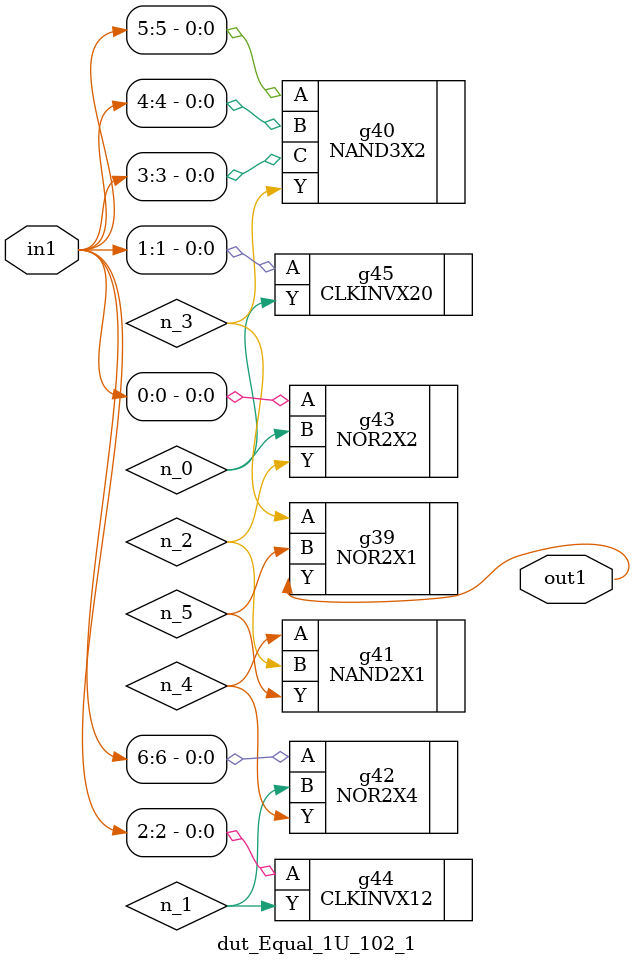
<source format=v>
`timescale 1ps / 1ps


module dut_Equal_1U_102_1(in1, out1);
  input [6:0] in1;
  output out1;
  wire [6:0] in1;
  wire out1;
  wire n_0, n_1, n_2, n_3, n_4, n_5;
  NOR2X1 g39(.A (n_3), .B (n_5), .Y (out1));
  NAND2X1 g41(.A (n_4), .B (n_2), .Y (n_5));
  NOR2X4 g42(.A (in1[6]), .B (n_1), .Y (n_4));
  NAND3X2 g40(.A (in1[5]), .B (in1[4]), .C (in1[3]), .Y (n_3));
  NOR2X2 g43(.A (in1[0]), .B (n_0), .Y (n_2));
  CLKINVX12 g44(.A (in1[2]), .Y (n_1));
  CLKINVX20 g45(.A (in1[1]), .Y (n_0));
endmodule



</source>
